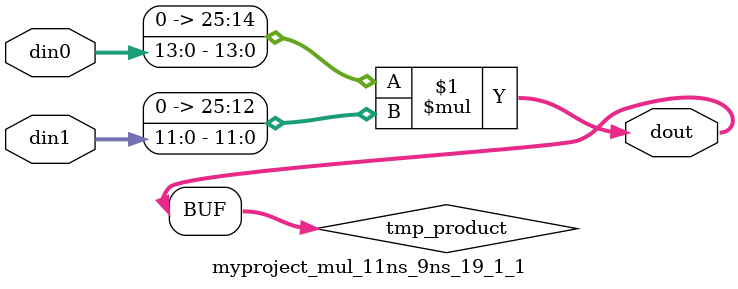
<source format=v>

`timescale 1 ns / 1 ps

 module myproject_mul_11ns_9ns_19_1_1(din0, din1, dout);
parameter ID = 1;
parameter NUM_STAGE = 0;
parameter din0_WIDTH = 14;
parameter din1_WIDTH = 12;
parameter dout_WIDTH = 26;

input [din0_WIDTH - 1 : 0] din0; 
input [din1_WIDTH - 1 : 0] din1; 
output [dout_WIDTH - 1 : 0] dout;

wire signed [dout_WIDTH - 1 : 0] tmp_product;
























assign tmp_product = $signed({1'b0, din0}) * $signed({1'b0, din1});











assign dout = tmp_product;





















endmodule

</source>
